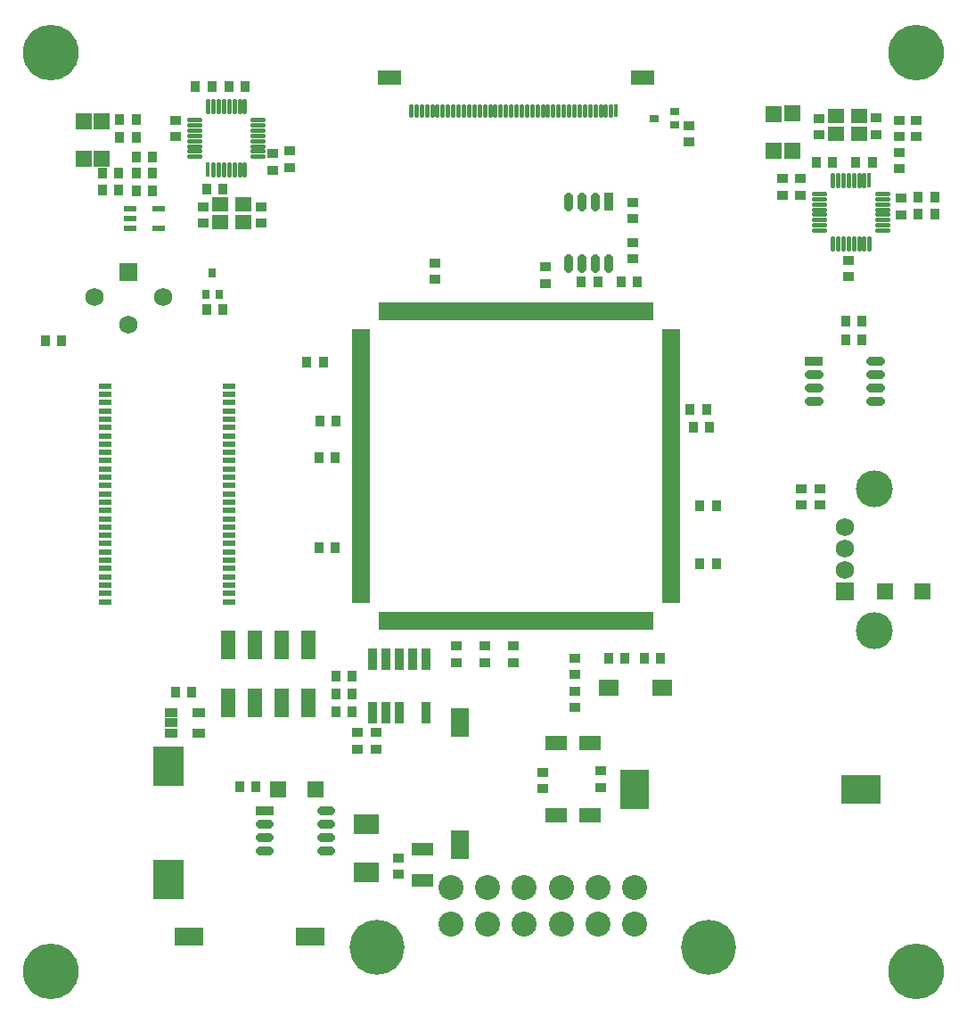
<source format=gts>
G75*
%MOIN*%
%OFA0B0*%
%FSLAX25Y25*%
%IPPOS*%
%LPD*%
%AMOC8*
5,1,8,0,0,1.08239X$1,22.5*
%
%ADD10R,0.14973X0.11036*%
%ADD11R,0.11036X0.14973*%
%ADD12R,0.04300X0.03300*%
%ADD13R,0.03300X0.04300*%
%ADD14R,0.06706X0.10800*%
%ADD15R,0.10800X0.06706*%
%ADD16R,0.09383X0.07178*%
%ADD17R,0.05918X0.06312*%
%ADD18R,0.06312X0.05918*%
%ADD19R,0.01587X0.04737*%
%ADD20C,0.01587*%
%ADD21R,0.08674X0.05524*%
%ADD22R,0.08280X0.04737*%
%ADD23R,0.03300X0.08300*%
%ADD24R,0.06800X0.06800*%
%ADD25C,0.06800*%
%ADD26C,0.13800*%
%ADD27R,0.05800X0.10800*%
%ADD28R,0.11824X0.14800*%
%ADD29R,0.03556X0.02769*%
%ADD30R,0.04800X0.02200*%
%ADD31C,0.20548*%
%ADD32C,0.09363*%
%ADD33R,0.03300X0.06800*%
%ADD34C,0.03300*%
%ADD35R,0.01587X0.05524*%
%ADD36R,0.04737X0.02375*%
%ADD37R,0.01900X0.06600*%
%ADD38R,0.06600X0.01900*%
%ADD39R,0.06800X0.03300*%
%ADD40R,0.04737X0.03556*%
%ADD41R,0.07493X0.06249*%
%ADD42R,0.08300X0.05800*%
%ADD43R,0.06312X0.05524*%
%ADD44R,0.02769X0.03556*%
%ADD45C,0.20800*%
D10*
X0318500Y0108933D03*
D11*
X0233854Y0108933D03*
D12*
X0221200Y0109883D03*
X0221200Y0116033D03*
X0199500Y0115533D03*
X0199500Y0109383D03*
X0211500Y0139633D03*
X0211500Y0145783D03*
X0211500Y0152083D03*
X0211500Y0158233D03*
X0188500Y0156583D03*
X0188500Y0162733D03*
X0177700Y0162733D03*
X0177700Y0156583D03*
X0167000Y0156583D03*
X0167000Y0162733D03*
X0137100Y0130383D03*
X0137100Y0124233D03*
X0130100Y0124233D03*
X0130100Y0130383D03*
X0145500Y0083433D03*
X0145500Y0077283D03*
X0296300Y0215333D03*
X0296300Y0221483D03*
X0303300Y0221483D03*
X0303300Y0215333D03*
X0313700Y0300683D03*
X0313700Y0306833D03*
X0333500Y0323883D03*
X0333500Y0330033D03*
X0332700Y0341033D03*
X0332700Y0347183D03*
X0332700Y0352983D03*
X0332700Y0359133D03*
X0339300Y0359133D03*
X0339300Y0352983D03*
X0324100Y0353883D03*
X0324100Y0360033D03*
X0302900Y0359833D03*
X0302900Y0353683D03*
X0295700Y0337383D03*
X0295700Y0331233D03*
X0289300Y0331233D03*
X0289300Y0337383D03*
X0254300Y0351033D03*
X0254300Y0357183D03*
X0233300Y0328583D03*
X0233300Y0322433D03*
X0233300Y0313583D03*
X0233300Y0307433D03*
X0200500Y0304283D03*
X0200500Y0298133D03*
X0159000Y0299733D03*
X0159000Y0305883D03*
X0104900Y0341583D03*
X0104900Y0347733D03*
X0098400Y0346733D03*
X0098400Y0340583D03*
X0094100Y0326833D03*
X0094100Y0320683D03*
X0072500Y0320683D03*
X0072500Y0326833D03*
X0062100Y0353033D03*
X0062100Y0359183D03*
D13*
X0069600Y0371733D03*
X0075750Y0371733D03*
X0082100Y0371733D03*
X0088250Y0371733D03*
X0079800Y0333533D03*
X0073650Y0333533D03*
X0053600Y0332733D03*
X0053600Y0339333D03*
X0047450Y0339333D03*
X0047450Y0332733D03*
X0040800Y0332933D03*
X0034650Y0332933D03*
X0034650Y0339333D03*
X0040800Y0339333D03*
X0047450Y0345533D03*
X0053600Y0345533D03*
X0047350Y0352733D03*
X0047350Y0359533D03*
X0041200Y0359533D03*
X0041200Y0352733D03*
X0073650Y0288533D03*
X0079800Y0288533D03*
X0111250Y0268833D03*
X0117400Y0268833D03*
X0116050Y0246733D03*
X0122200Y0246733D03*
X0121800Y0232933D03*
X0115650Y0232933D03*
X0115650Y0199433D03*
X0121800Y0199433D03*
X0122100Y0151533D03*
X0122000Y0144733D03*
X0128150Y0144733D03*
X0128250Y0151533D03*
X0128150Y0137933D03*
X0122000Y0137933D03*
X0092300Y0109933D03*
X0086150Y0109933D03*
X0068300Y0145433D03*
X0062150Y0145433D03*
X0019550Y0276833D03*
X0013400Y0276833D03*
X0213850Y0298733D03*
X0220000Y0298733D03*
X0228700Y0298833D03*
X0234850Y0298833D03*
X0254600Y0250933D03*
X0255800Y0244433D03*
X0261950Y0244433D03*
X0260750Y0250933D03*
X0258200Y0214933D03*
X0264350Y0214933D03*
X0264350Y0193433D03*
X0258200Y0193433D03*
X0243600Y0158133D03*
X0237450Y0158133D03*
X0230150Y0158133D03*
X0224000Y0158133D03*
X0312750Y0277133D03*
X0312750Y0284133D03*
X0318900Y0284133D03*
X0318900Y0277133D03*
X0339850Y0324133D03*
X0346000Y0324133D03*
X0346000Y0330533D03*
X0339850Y0330533D03*
X0322750Y0343333D03*
X0316600Y0343333D03*
X0307800Y0343333D03*
X0301650Y0343333D03*
D14*
X0168500Y0133984D03*
X0168500Y0088433D03*
D15*
X0112551Y0053933D03*
X0067000Y0053933D03*
D16*
X0133500Y0077933D03*
X0133500Y0096043D03*
D17*
X0114417Y0108933D03*
X0100500Y0108933D03*
X0327583Y0182933D03*
X0341500Y0182933D03*
D18*
X0292700Y0347733D03*
X0285900Y0347616D03*
X0285900Y0361533D03*
X0292700Y0361650D03*
X0034500Y0358733D03*
X0027700Y0358733D03*
X0027700Y0344816D03*
X0034500Y0344816D03*
D19*
X0226902Y0362752D03*
D20*
X0224933Y0364327D02*
X0224933Y0364327D01*
X0224933Y0361177D01*
X0224933Y0361177D01*
X0224933Y0364327D01*
X0224933Y0362763D02*
X0224933Y0362763D01*
X0222965Y0364327D02*
X0222965Y0364327D01*
X0222965Y0361177D01*
X0222965Y0361177D01*
X0222965Y0364327D01*
X0222965Y0362763D02*
X0222965Y0362763D01*
X0220996Y0364327D02*
X0220996Y0364327D01*
X0220996Y0361177D01*
X0220996Y0361177D01*
X0220996Y0364327D01*
X0220996Y0362763D02*
X0220996Y0362763D01*
X0219028Y0364327D02*
X0219028Y0364327D01*
X0219028Y0361177D01*
X0219028Y0361177D01*
X0219028Y0364327D01*
X0219028Y0362763D02*
X0219028Y0362763D01*
X0217059Y0364327D02*
X0217059Y0364327D01*
X0217059Y0361177D01*
X0217059Y0361177D01*
X0217059Y0364327D01*
X0217059Y0362763D02*
X0217059Y0362763D01*
X0215091Y0364327D02*
X0215091Y0364327D01*
X0215091Y0361177D01*
X0215091Y0361177D01*
X0215091Y0364327D01*
X0215091Y0362763D02*
X0215091Y0362763D01*
X0213122Y0364327D02*
X0213122Y0364327D01*
X0213122Y0361177D01*
X0213122Y0361177D01*
X0213122Y0364327D01*
X0213122Y0362763D02*
X0213122Y0362763D01*
X0211154Y0364327D02*
X0211154Y0364327D01*
X0211154Y0361177D01*
X0211154Y0361177D01*
X0211154Y0364327D01*
X0211154Y0362763D02*
X0211154Y0362763D01*
X0209185Y0364327D02*
X0209185Y0364327D01*
X0209185Y0361177D01*
X0209185Y0361177D01*
X0209185Y0364327D01*
X0209185Y0362763D02*
X0209185Y0362763D01*
X0207217Y0364327D02*
X0207217Y0364327D01*
X0207217Y0361177D01*
X0207217Y0361177D01*
X0207217Y0364327D01*
X0207217Y0362763D02*
X0207217Y0362763D01*
X0205248Y0364327D02*
X0205248Y0364327D01*
X0205248Y0361177D01*
X0205248Y0361177D01*
X0205248Y0364327D01*
X0205248Y0362763D02*
X0205248Y0362763D01*
X0203280Y0364327D02*
X0203280Y0364327D01*
X0203280Y0361177D01*
X0203280Y0361177D01*
X0203280Y0364327D01*
X0203280Y0362763D02*
X0203280Y0362763D01*
X0201311Y0364327D02*
X0201311Y0364327D01*
X0201311Y0361177D01*
X0201311Y0361177D01*
X0201311Y0364327D01*
X0201311Y0362763D02*
X0201311Y0362763D01*
X0199343Y0364327D02*
X0199343Y0364327D01*
X0199343Y0361177D01*
X0199343Y0361177D01*
X0199343Y0364327D01*
X0199343Y0362763D02*
X0199343Y0362763D01*
X0197374Y0364327D02*
X0197374Y0364327D01*
X0197374Y0361177D01*
X0197374Y0361177D01*
X0197374Y0364327D01*
X0197374Y0362763D02*
X0197374Y0362763D01*
X0195406Y0364327D02*
X0195406Y0364327D01*
X0195406Y0361177D01*
X0195406Y0361177D01*
X0195406Y0364327D01*
X0195406Y0362763D02*
X0195406Y0362763D01*
X0193437Y0364327D02*
X0193437Y0364327D01*
X0193437Y0361177D01*
X0193437Y0361177D01*
X0193437Y0364327D01*
X0193437Y0362763D02*
X0193437Y0362763D01*
X0191469Y0364327D02*
X0191469Y0364327D01*
X0191469Y0361177D01*
X0191469Y0361177D01*
X0191469Y0364327D01*
X0191469Y0362763D02*
X0191469Y0362763D01*
X0189500Y0364327D02*
X0189500Y0364327D01*
X0189500Y0361177D01*
X0189500Y0361177D01*
X0189500Y0364327D01*
X0189500Y0362763D02*
X0189500Y0362763D01*
X0187531Y0364327D02*
X0187531Y0364327D01*
X0187531Y0361177D01*
X0187531Y0361177D01*
X0187531Y0364327D01*
X0187531Y0362763D02*
X0187531Y0362763D01*
X0185563Y0364327D02*
X0185563Y0364327D01*
X0185563Y0361177D01*
X0185563Y0361177D01*
X0185563Y0364327D01*
X0185563Y0362763D02*
X0185563Y0362763D01*
X0183594Y0364327D02*
X0183594Y0364327D01*
X0183594Y0361177D01*
X0183594Y0361177D01*
X0183594Y0364327D01*
X0183594Y0362763D02*
X0183594Y0362763D01*
X0181626Y0364327D02*
X0181626Y0364327D01*
X0181626Y0361177D01*
X0181626Y0361177D01*
X0181626Y0364327D01*
X0181626Y0362763D02*
X0181626Y0362763D01*
X0179657Y0364327D02*
X0179657Y0364327D01*
X0179657Y0361177D01*
X0179657Y0361177D01*
X0179657Y0364327D01*
X0179657Y0362763D02*
X0179657Y0362763D01*
X0177689Y0364327D02*
X0177689Y0364327D01*
X0177689Y0361177D01*
X0177689Y0361177D01*
X0177689Y0364327D01*
X0177689Y0362763D02*
X0177689Y0362763D01*
X0175720Y0364327D02*
X0175720Y0364327D01*
X0175720Y0361177D01*
X0175720Y0361177D01*
X0175720Y0364327D01*
X0175720Y0362763D02*
X0175720Y0362763D01*
X0173752Y0364327D02*
X0173752Y0364327D01*
X0173752Y0361177D01*
X0173752Y0361177D01*
X0173752Y0364327D01*
X0173752Y0362763D02*
X0173752Y0362763D01*
X0171783Y0364327D02*
X0171783Y0364327D01*
X0171783Y0361177D01*
X0171783Y0361177D01*
X0171783Y0364327D01*
X0171783Y0362763D02*
X0171783Y0362763D01*
X0169815Y0364327D02*
X0169815Y0364327D01*
X0169815Y0361177D01*
X0169815Y0361177D01*
X0169815Y0364327D01*
X0169815Y0362763D02*
X0169815Y0362763D01*
X0167846Y0364327D02*
X0167846Y0364327D01*
X0167846Y0361177D01*
X0167846Y0361177D01*
X0167846Y0364327D01*
X0167846Y0362763D02*
X0167846Y0362763D01*
X0165878Y0364327D02*
X0165878Y0364327D01*
X0165878Y0361177D01*
X0165878Y0361177D01*
X0165878Y0364327D01*
X0165878Y0362763D02*
X0165878Y0362763D01*
X0163909Y0364327D02*
X0163909Y0364327D01*
X0163909Y0361177D01*
X0163909Y0361177D01*
X0163909Y0364327D01*
X0163909Y0362763D02*
X0163909Y0362763D01*
X0161941Y0364327D02*
X0161941Y0364327D01*
X0161941Y0361177D01*
X0161941Y0361177D01*
X0161941Y0364327D01*
X0161941Y0362763D02*
X0161941Y0362763D01*
X0159972Y0364327D02*
X0159972Y0364327D01*
X0159972Y0361177D01*
X0159972Y0361177D01*
X0159972Y0364327D01*
X0159972Y0362763D02*
X0159972Y0362763D01*
X0158004Y0364327D02*
X0158004Y0364327D01*
X0158004Y0361177D01*
X0158004Y0361177D01*
X0158004Y0364327D01*
X0158004Y0362763D02*
X0158004Y0362763D01*
X0156035Y0364327D02*
X0156035Y0364327D01*
X0156035Y0361177D01*
X0156035Y0361177D01*
X0156035Y0364327D01*
X0156035Y0362763D02*
X0156035Y0362763D01*
X0154067Y0364327D02*
X0154067Y0364327D01*
X0154067Y0361177D01*
X0154067Y0361177D01*
X0154067Y0364327D01*
X0154067Y0362763D02*
X0154067Y0362763D01*
X0152098Y0364327D02*
X0152098Y0364327D01*
X0152098Y0361177D01*
X0152098Y0361177D01*
X0152098Y0364327D01*
X0152098Y0362763D02*
X0152098Y0362763D01*
X0150130Y0364327D02*
X0150130Y0364327D01*
X0150130Y0361177D01*
X0150130Y0361177D01*
X0150130Y0364327D01*
X0150130Y0362763D02*
X0150130Y0362763D01*
X0090926Y0359423D02*
X0090926Y0359423D01*
X0094864Y0359423D01*
X0094864Y0359423D01*
X0090926Y0359423D01*
X0090926Y0357454D02*
X0090926Y0357454D01*
X0094864Y0357454D01*
X0094864Y0357454D01*
X0090926Y0357454D01*
X0090926Y0355486D02*
X0090926Y0355486D01*
X0094864Y0355486D01*
X0094864Y0355486D01*
X0090926Y0355486D01*
X0090926Y0353517D02*
X0090926Y0353517D01*
X0094864Y0353517D01*
X0094864Y0353517D01*
X0090926Y0353517D01*
X0090926Y0351549D02*
X0090926Y0351549D01*
X0094864Y0351549D01*
X0094864Y0351549D01*
X0090926Y0351549D01*
X0090926Y0349580D02*
X0090926Y0349580D01*
X0094864Y0349580D01*
X0094864Y0349580D01*
X0090926Y0349580D01*
X0090926Y0347612D02*
X0090926Y0347612D01*
X0094864Y0347612D01*
X0094864Y0347612D01*
X0090926Y0347612D01*
X0090926Y0345643D02*
X0090926Y0345643D01*
X0094864Y0345643D01*
X0094864Y0345643D01*
X0090926Y0345643D01*
X0087974Y0338753D02*
X0087974Y0338753D01*
X0087974Y0342691D01*
X0087974Y0342691D01*
X0087974Y0338753D01*
X0087974Y0340339D02*
X0087974Y0340339D01*
X0087974Y0341925D02*
X0087974Y0341925D01*
X0086006Y0338753D02*
X0086006Y0338753D01*
X0086006Y0342691D01*
X0086006Y0342691D01*
X0086006Y0338753D01*
X0086006Y0340339D02*
X0086006Y0340339D01*
X0086006Y0341925D02*
X0086006Y0341925D01*
X0084037Y0338753D02*
X0084037Y0338753D01*
X0084037Y0342691D01*
X0084037Y0342691D01*
X0084037Y0338753D01*
X0084037Y0340339D02*
X0084037Y0340339D01*
X0084037Y0341925D02*
X0084037Y0341925D01*
X0082069Y0338753D02*
X0082069Y0338753D01*
X0082069Y0342691D01*
X0082069Y0342691D01*
X0082069Y0338753D01*
X0082069Y0340339D02*
X0082069Y0340339D01*
X0082069Y0341925D02*
X0082069Y0341925D01*
X0080100Y0338753D02*
X0080100Y0338753D01*
X0080100Y0342691D01*
X0080100Y0342691D01*
X0080100Y0338753D01*
X0080100Y0340339D02*
X0080100Y0340339D01*
X0080100Y0341925D02*
X0080100Y0341925D01*
X0078131Y0338753D02*
X0078131Y0338753D01*
X0078131Y0342691D01*
X0078131Y0342691D01*
X0078131Y0338753D01*
X0078131Y0340339D02*
X0078131Y0340339D01*
X0078131Y0341925D02*
X0078131Y0341925D01*
X0076163Y0338753D02*
X0076163Y0338753D01*
X0076163Y0342691D01*
X0076163Y0342691D01*
X0076163Y0338753D01*
X0076163Y0340339D02*
X0076163Y0340339D01*
X0076163Y0341925D02*
X0076163Y0341925D01*
X0071242Y0345643D02*
X0071242Y0345643D01*
X0067304Y0345643D01*
X0067304Y0345643D01*
X0071242Y0345643D01*
X0071242Y0347612D02*
X0071242Y0347612D01*
X0067304Y0347612D01*
X0067304Y0347612D01*
X0071242Y0347612D01*
X0071242Y0349580D02*
X0071242Y0349580D01*
X0067304Y0349580D01*
X0067304Y0349580D01*
X0071242Y0349580D01*
X0071242Y0351549D02*
X0071242Y0351549D01*
X0067304Y0351549D01*
X0067304Y0351549D01*
X0071242Y0351549D01*
X0071242Y0353517D02*
X0071242Y0353517D01*
X0067304Y0353517D01*
X0067304Y0353517D01*
X0071242Y0353517D01*
X0071242Y0355486D02*
X0071242Y0355486D01*
X0067304Y0355486D01*
X0067304Y0355486D01*
X0071242Y0355486D01*
X0071242Y0357454D02*
X0071242Y0357454D01*
X0067304Y0357454D01*
X0067304Y0357454D01*
X0071242Y0357454D01*
X0071242Y0359423D02*
X0071242Y0359423D01*
X0067304Y0359423D01*
X0067304Y0359423D01*
X0071242Y0359423D01*
X0074194Y0366313D02*
X0074194Y0366313D01*
X0074194Y0362375D01*
X0074194Y0362375D01*
X0074194Y0366313D01*
X0074194Y0363961D02*
X0074194Y0363961D01*
X0074194Y0365547D02*
X0074194Y0365547D01*
X0076163Y0366313D02*
X0076163Y0366313D01*
X0076163Y0362375D01*
X0076163Y0362375D01*
X0076163Y0366313D01*
X0076163Y0363961D02*
X0076163Y0363961D01*
X0076163Y0365547D02*
X0076163Y0365547D01*
X0078131Y0366313D02*
X0078131Y0366313D01*
X0078131Y0362375D01*
X0078131Y0362375D01*
X0078131Y0366313D01*
X0078131Y0363961D02*
X0078131Y0363961D01*
X0078131Y0365547D02*
X0078131Y0365547D01*
X0080100Y0366313D02*
X0080100Y0366313D01*
X0080100Y0362375D01*
X0080100Y0362375D01*
X0080100Y0366313D01*
X0080100Y0363961D02*
X0080100Y0363961D01*
X0080100Y0365547D02*
X0080100Y0365547D01*
X0082069Y0366313D02*
X0082069Y0366313D01*
X0082069Y0362375D01*
X0082069Y0362375D01*
X0082069Y0366313D01*
X0082069Y0363961D02*
X0082069Y0363961D01*
X0082069Y0365547D02*
X0082069Y0365547D01*
X0084037Y0366313D02*
X0084037Y0366313D01*
X0084037Y0362375D01*
X0084037Y0362375D01*
X0084037Y0366313D01*
X0084037Y0363961D02*
X0084037Y0363961D01*
X0084037Y0365547D02*
X0084037Y0365547D01*
X0086006Y0366313D02*
X0086006Y0366313D01*
X0086006Y0362375D01*
X0086006Y0362375D01*
X0086006Y0366313D01*
X0086006Y0363961D02*
X0086006Y0363961D01*
X0086006Y0365547D02*
X0086006Y0365547D01*
X0087974Y0366313D02*
X0087974Y0366313D01*
X0087974Y0362375D01*
X0087974Y0362375D01*
X0087974Y0366313D01*
X0087974Y0363961D02*
X0087974Y0363961D01*
X0087974Y0365547D02*
X0087974Y0365547D01*
X0304874Y0331823D02*
X0304874Y0331823D01*
X0300936Y0331823D01*
X0300936Y0331823D01*
X0304874Y0331823D01*
X0304874Y0329854D02*
X0304874Y0329854D01*
X0300936Y0329854D01*
X0300936Y0329854D01*
X0304874Y0329854D01*
X0304874Y0327886D02*
X0304874Y0327886D01*
X0300936Y0327886D01*
X0300936Y0327886D01*
X0304874Y0327886D01*
X0304874Y0325917D02*
X0304874Y0325917D01*
X0300936Y0325917D01*
X0300936Y0325917D01*
X0304874Y0325917D01*
X0304874Y0323949D02*
X0304874Y0323949D01*
X0300936Y0323949D01*
X0300936Y0323949D01*
X0304874Y0323949D01*
X0304874Y0321980D02*
X0304874Y0321980D01*
X0300936Y0321980D01*
X0300936Y0321980D01*
X0304874Y0321980D01*
X0304874Y0320012D02*
X0304874Y0320012D01*
X0300936Y0320012D01*
X0300936Y0320012D01*
X0304874Y0320012D01*
X0304874Y0318043D02*
X0304874Y0318043D01*
X0300936Y0318043D01*
X0300936Y0318043D01*
X0304874Y0318043D01*
X0307826Y0311153D02*
X0307826Y0311153D01*
X0307826Y0315091D01*
X0307826Y0315091D01*
X0307826Y0311153D01*
X0307826Y0312739D02*
X0307826Y0312739D01*
X0307826Y0314325D02*
X0307826Y0314325D01*
X0309794Y0311153D02*
X0309794Y0311153D01*
X0309794Y0315091D01*
X0309794Y0315091D01*
X0309794Y0311153D01*
X0309794Y0312739D02*
X0309794Y0312739D01*
X0309794Y0314325D02*
X0309794Y0314325D01*
X0311763Y0311153D02*
X0311763Y0311153D01*
X0311763Y0315091D01*
X0311763Y0315091D01*
X0311763Y0311153D01*
X0311763Y0312739D02*
X0311763Y0312739D01*
X0311763Y0314325D02*
X0311763Y0314325D01*
X0313731Y0311153D02*
X0313731Y0311153D01*
X0313731Y0315091D01*
X0313731Y0315091D01*
X0313731Y0311153D01*
X0313731Y0312739D02*
X0313731Y0312739D01*
X0313731Y0314325D02*
X0313731Y0314325D01*
X0315700Y0311153D02*
X0315700Y0311153D01*
X0315700Y0315091D01*
X0315700Y0315091D01*
X0315700Y0311153D01*
X0315700Y0312739D02*
X0315700Y0312739D01*
X0315700Y0314325D02*
X0315700Y0314325D01*
X0317669Y0311153D02*
X0317669Y0311153D01*
X0317669Y0315091D01*
X0317669Y0315091D01*
X0317669Y0311153D01*
X0317669Y0312739D02*
X0317669Y0312739D01*
X0317669Y0314325D02*
X0317669Y0314325D01*
X0319637Y0311153D02*
X0319637Y0311153D01*
X0319637Y0315091D01*
X0319637Y0315091D01*
X0319637Y0311153D01*
X0319637Y0312739D02*
X0319637Y0312739D01*
X0319637Y0314325D02*
X0319637Y0314325D01*
X0321606Y0311153D02*
X0321606Y0311153D01*
X0321606Y0315091D01*
X0321606Y0315091D01*
X0321606Y0311153D01*
X0321606Y0312739D02*
X0321606Y0312739D01*
X0321606Y0314325D02*
X0321606Y0314325D01*
X0324558Y0318043D02*
X0324558Y0318043D01*
X0328496Y0318043D01*
X0328496Y0318043D01*
X0324558Y0318043D01*
X0324558Y0320012D02*
X0324558Y0320012D01*
X0328496Y0320012D01*
X0328496Y0320012D01*
X0324558Y0320012D01*
X0324558Y0321980D02*
X0324558Y0321980D01*
X0328496Y0321980D01*
X0328496Y0321980D01*
X0324558Y0321980D01*
X0324558Y0323949D02*
X0324558Y0323949D01*
X0328496Y0323949D01*
X0328496Y0323949D01*
X0324558Y0323949D01*
X0324558Y0325917D02*
X0324558Y0325917D01*
X0328496Y0325917D01*
X0328496Y0325917D01*
X0324558Y0325917D01*
X0324558Y0327886D02*
X0324558Y0327886D01*
X0328496Y0327886D01*
X0328496Y0327886D01*
X0324558Y0327886D01*
X0324558Y0329854D02*
X0324558Y0329854D01*
X0328496Y0329854D01*
X0328496Y0329854D01*
X0324558Y0329854D01*
X0324558Y0331823D02*
X0324558Y0331823D01*
X0328496Y0331823D01*
X0328496Y0331823D01*
X0324558Y0331823D01*
X0319637Y0338713D02*
X0319637Y0338713D01*
X0319637Y0334775D01*
X0319637Y0334775D01*
X0319637Y0338713D01*
X0319637Y0336361D02*
X0319637Y0336361D01*
X0319637Y0337947D02*
X0319637Y0337947D01*
X0317669Y0338713D02*
X0317669Y0338713D01*
X0317669Y0334775D01*
X0317669Y0334775D01*
X0317669Y0338713D01*
X0317669Y0336361D02*
X0317669Y0336361D01*
X0317669Y0337947D02*
X0317669Y0337947D01*
X0315700Y0338713D02*
X0315700Y0338713D01*
X0315700Y0334775D01*
X0315700Y0334775D01*
X0315700Y0338713D01*
X0315700Y0336361D02*
X0315700Y0336361D01*
X0315700Y0337947D02*
X0315700Y0337947D01*
X0313731Y0338713D02*
X0313731Y0338713D01*
X0313731Y0334775D01*
X0313731Y0334775D01*
X0313731Y0338713D01*
X0313731Y0336361D02*
X0313731Y0336361D01*
X0313731Y0337947D02*
X0313731Y0337947D01*
X0311763Y0338713D02*
X0311763Y0338713D01*
X0311763Y0334775D01*
X0311763Y0334775D01*
X0311763Y0338713D01*
X0311763Y0336361D02*
X0311763Y0336361D01*
X0311763Y0337947D02*
X0311763Y0337947D01*
X0309794Y0338713D02*
X0309794Y0338713D01*
X0309794Y0334775D01*
X0309794Y0334775D01*
X0309794Y0338713D01*
X0309794Y0336361D02*
X0309794Y0336361D01*
X0309794Y0337947D02*
X0309794Y0337947D01*
X0307826Y0338713D02*
X0307826Y0338713D01*
X0307826Y0334775D01*
X0307826Y0334775D01*
X0307826Y0338713D01*
X0307826Y0336361D02*
X0307826Y0336361D01*
X0307826Y0337947D02*
X0307826Y0337947D01*
D21*
X0236744Y0374957D03*
X0142256Y0374957D03*
D22*
X0154500Y0086839D03*
X0154500Y0075028D03*
D23*
X0155700Y0137733D03*
X0145700Y0137733D03*
X0140700Y0137733D03*
X0135700Y0137733D03*
X0135700Y0157733D03*
X0140700Y0157733D03*
X0145700Y0157733D03*
X0150700Y0157733D03*
X0155700Y0157733D03*
D24*
X0044600Y0302582D03*
X0312500Y0182933D03*
D25*
X0312500Y0190933D03*
X0312500Y0198933D03*
X0312500Y0206933D03*
X0057395Y0293133D03*
X0044600Y0282897D03*
X0031805Y0293133D03*
D26*
X0323500Y0221433D03*
X0323500Y0168433D03*
D27*
X0111700Y0163133D03*
X0101700Y0163133D03*
X0091700Y0163133D03*
X0081700Y0163133D03*
X0081700Y0141333D03*
X0091700Y0141333D03*
X0101700Y0141333D03*
X0111700Y0141333D03*
D28*
X0059500Y0117839D03*
X0059500Y0075287D03*
D29*
X0241026Y0359813D03*
X0248900Y0357333D03*
X0248900Y0362333D03*
D30*
X0082300Y0259833D03*
X0082300Y0256733D03*
X0082300Y0253633D03*
X0082300Y0250533D03*
X0082300Y0247433D03*
X0082300Y0244333D03*
X0082300Y0241233D03*
X0082300Y0238133D03*
X0082300Y0235033D03*
X0082300Y0231933D03*
X0082300Y0228833D03*
X0082300Y0225733D03*
X0082300Y0222633D03*
X0082300Y0219533D03*
X0082300Y0216433D03*
X0082300Y0213333D03*
X0082300Y0210233D03*
X0082300Y0207133D03*
X0082300Y0204033D03*
X0082300Y0200933D03*
X0082300Y0197833D03*
X0082300Y0194733D03*
X0082300Y0191633D03*
X0082300Y0188533D03*
X0082300Y0185433D03*
X0082300Y0182333D03*
X0082300Y0179233D03*
X0035800Y0179233D03*
X0035800Y0182333D03*
X0035800Y0185433D03*
X0035800Y0188533D03*
X0035800Y0191633D03*
X0035800Y0194733D03*
X0035800Y0197833D03*
X0035800Y0200933D03*
X0035800Y0204033D03*
X0035800Y0207133D03*
X0035800Y0210233D03*
X0035800Y0213333D03*
X0035800Y0216433D03*
X0035800Y0219533D03*
X0035800Y0222633D03*
X0035800Y0225733D03*
X0035800Y0228833D03*
X0035800Y0231933D03*
X0035800Y0235033D03*
X0035800Y0238133D03*
X0035800Y0241233D03*
X0035800Y0244333D03*
X0035800Y0247433D03*
X0035800Y0250533D03*
X0035800Y0253633D03*
X0035800Y0256733D03*
X0035800Y0259833D03*
D31*
X0137492Y0049933D03*
X0261508Y0049933D03*
D32*
X0233949Y0058594D03*
X0220169Y0058594D03*
X0206390Y0058594D03*
X0192610Y0058594D03*
X0178831Y0058594D03*
X0165051Y0058594D03*
X0165051Y0072374D03*
X0178831Y0072374D03*
X0192610Y0072374D03*
X0206390Y0072374D03*
X0220169Y0072374D03*
X0233949Y0072374D03*
D33*
X0224300Y0328633D03*
D34*
X0219300Y0330383D02*
X0219300Y0326883D01*
X0214300Y0326883D02*
X0214300Y0330383D01*
X0209300Y0330383D02*
X0209300Y0326883D01*
X0209300Y0307383D02*
X0209300Y0303883D01*
X0214300Y0303883D02*
X0214300Y0307383D01*
X0219300Y0307383D02*
X0219300Y0303883D01*
X0224300Y0303883D02*
X0224300Y0307383D01*
X0299150Y0263933D02*
X0302650Y0263933D01*
X0302650Y0258933D02*
X0299150Y0258933D01*
X0299150Y0253933D02*
X0302650Y0253933D01*
X0322150Y0253933D02*
X0325650Y0253933D01*
X0325650Y0258933D02*
X0322150Y0258933D01*
X0322150Y0263933D02*
X0325650Y0263933D01*
X0325650Y0268933D02*
X0322150Y0268933D01*
X0120250Y0100933D02*
X0116750Y0100933D01*
X0116750Y0095933D02*
X0120250Y0095933D01*
X0120250Y0090933D02*
X0116750Y0090933D01*
X0116750Y0085933D02*
X0120250Y0085933D01*
X0097250Y0085933D02*
X0093750Y0085933D01*
X0093750Y0090933D02*
X0097250Y0090933D01*
X0097250Y0095933D02*
X0093750Y0095933D01*
D35*
X0321606Y0336744D03*
X0074194Y0340722D03*
D36*
X0055930Y0326133D03*
X0055930Y0318653D03*
X0045300Y0318653D03*
X0045300Y0322393D03*
X0045300Y0326133D03*
D37*
X0139300Y0287833D03*
X0141300Y0287833D03*
X0143200Y0287833D03*
X0145200Y0287833D03*
X0147200Y0287833D03*
X0149100Y0287833D03*
X0151100Y0287833D03*
X0153100Y0287833D03*
X0155100Y0287833D03*
X0157000Y0287833D03*
X0159000Y0287833D03*
X0161000Y0287833D03*
X0162900Y0287833D03*
X0164900Y0287833D03*
X0166900Y0287833D03*
X0168800Y0287833D03*
X0170800Y0287833D03*
X0172800Y0287833D03*
X0174700Y0287833D03*
X0176700Y0287833D03*
X0178700Y0287833D03*
X0180600Y0287833D03*
X0182600Y0287833D03*
X0184600Y0287833D03*
X0186500Y0287833D03*
X0188500Y0287833D03*
X0190500Y0287833D03*
X0192500Y0287833D03*
X0194400Y0287833D03*
X0196400Y0287833D03*
X0198400Y0287833D03*
X0200300Y0287833D03*
X0202300Y0287833D03*
X0204300Y0287833D03*
X0206200Y0287833D03*
X0208200Y0287833D03*
X0210200Y0287833D03*
X0212100Y0287833D03*
X0214100Y0287833D03*
X0216100Y0287833D03*
X0218000Y0287833D03*
X0220000Y0287833D03*
X0222000Y0287833D03*
X0223900Y0287833D03*
X0225900Y0287833D03*
X0227900Y0287833D03*
X0229900Y0287833D03*
X0231800Y0287833D03*
X0233800Y0287833D03*
X0235800Y0287833D03*
X0237700Y0287833D03*
X0239700Y0287833D03*
X0239700Y0172033D03*
X0237700Y0172033D03*
X0235800Y0172033D03*
X0233800Y0172033D03*
X0231800Y0172033D03*
X0229900Y0172033D03*
X0227900Y0172033D03*
X0225900Y0172033D03*
X0223900Y0172033D03*
X0222000Y0172033D03*
X0220000Y0172033D03*
X0218000Y0172033D03*
X0216100Y0172033D03*
X0214100Y0172033D03*
X0212100Y0172033D03*
X0210200Y0172033D03*
X0208200Y0172033D03*
X0206200Y0172033D03*
X0204300Y0172033D03*
X0202300Y0172033D03*
X0200300Y0172033D03*
X0198400Y0172033D03*
X0196400Y0172033D03*
X0194400Y0172033D03*
X0192500Y0172033D03*
X0190500Y0172033D03*
X0188500Y0172033D03*
X0186500Y0172033D03*
X0184600Y0172033D03*
X0182600Y0172033D03*
X0180600Y0172033D03*
X0178700Y0172033D03*
X0176700Y0172033D03*
X0174700Y0172033D03*
X0172800Y0172033D03*
X0170800Y0172033D03*
X0168800Y0172033D03*
X0166900Y0172033D03*
X0164900Y0172033D03*
X0162900Y0172033D03*
X0161000Y0172033D03*
X0159000Y0172033D03*
X0157000Y0172033D03*
X0155100Y0172033D03*
X0153100Y0172033D03*
X0151100Y0172033D03*
X0149100Y0172033D03*
X0147200Y0172033D03*
X0145200Y0172033D03*
X0143200Y0172033D03*
X0141300Y0172033D03*
X0139300Y0172033D03*
D38*
X0131600Y0179733D03*
X0131600Y0181733D03*
X0131600Y0183633D03*
X0131600Y0185633D03*
X0131600Y0187633D03*
X0131600Y0189533D03*
X0131600Y0191533D03*
X0131600Y0193533D03*
X0131600Y0195533D03*
X0131600Y0197433D03*
X0131600Y0199433D03*
X0131600Y0201433D03*
X0131600Y0203333D03*
X0131600Y0205333D03*
X0131600Y0207333D03*
X0131600Y0209233D03*
X0131600Y0211233D03*
X0131600Y0213233D03*
X0131600Y0215133D03*
X0131600Y0217133D03*
X0131600Y0219133D03*
X0131600Y0221033D03*
X0131600Y0223033D03*
X0131600Y0225033D03*
X0131600Y0226933D03*
X0131600Y0228933D03*
X0131600Y0230933D03*
X0131600Y0232933D03*
X0131600Y0234833D03*
X0131600Y0236833D03*
X0131600Y0238833D03*
X0131600Y0240733D03*
X0131600Y0242733D03*
X0131600Y0244733D03*
X0131600Y0246633D03*
X0131600Y0248633D03*
X0131600Y0250633D03*
X0131600Y0252533D03*
X0131600Y0254533D03*
X0131600Y0256533D03*
X0131600Y0258433D03*
X0131600Y0260433D03*
X0131600Y0262433D03*
X0131600Y0264333D03*
X0131600Y0266333D03*
X0131600Y0268333D03*
X0131600Y0270333D03*
X0131600Y0272233D03*
X0131600Y0274233D03*
X0131600Y0276233D03*
X0131600Y0278133D03*
X0131600Y0280133D03*
X0247400Y0280133D03*
X0247400Y0278133D03*
X0247400Y0276233D03*
X0247400Y0274233D03*
X0247400Y0272233D03*
X0247400Y0270333D03*
X0247400Y0268333D03*
X0247400Y0266333D03*
X0247400Y0264333D03*
X0247400Y0262433D03*
X0247400Y0260433D03*
X0247400Y0258433D03*
X0247400Y0256533D03*
X0247400Y0254533D03*
X0247400Y0252533D03*
X0247400Y0250633D03*
X0247400Y0248633D03*
X0247400Y0246633D03*
X0247400Y0244733D03*
X0247400Y0242733D03*
X0247400Y0240733D03*
X0247400Y0238833D03*
X0247400Y0236833D03*
X0247400Y0234833D03*
X0247400Y0232933D03*
X0247400Y0230933D03*
X0247400Y0228933D03*
X0247400Y0226933D03*
X0247400Y0225033D03*
X0247400Y0223033D03*
X0247400Y0221033D03*
X0247400Y0219133D03*
X0247400Y0217133D03*
X0247400Y0215133D03*
X0247400Y0213233D03*
X0247400Y0211233D03*
X0247400Y0209233D03*
X0247400Y0207333D03*
X0247400Y0205333D03*
X0247400Y0203333D03*
X0247400Y0201433D03*
X0247400Y0199433D03*
X0247400Y0197433D03*
X0247400Y0195533D03*
X0247400Y0193533D03*
X0247400Y0191533D03*
X0247400Y0189533D03*
X0247400Y0187633D03*
X0247400Y0185633D03*
X0247400Y0183633D03*
X0247400Y0181733D03*
X0247400Y0179733D03*
D39*
X0300900Y0268933D03*
X0095500Y0100933D03*
D40*
X0070736Y0129996D03*
X0070736Y0137870D03*
X0060500Y0137870D03*
X0060500Y0133933D03*
X0060500Y0129996D03*
D41*
X0224300Y0147133D03*
X0244300Y0147133D03*
D42*
X0217000Y0126433D03*
X0204500Y0126433D03*
X0204500Y0099433D03*
X0217000Y0099433D03*
D43*
X0087606Y0321202D03*
X0087606Y0327895D03*
X0078944Y0327895D03*
X0078944Y0321202D03*
X0309194Y0353971D03*
X0309194Y0360664D03*
X0317856Y0360664D03*
X0317856Y0353971D03*
D44*
X0078500Y0294133D03*
X0073500Y0294133D03*
X0075980Y0302007D03*
D45*
X0015500Y0040933D03*
X0339300Y0040933D03*
X0339100Y0384533D03*
X0015500Y0384533D03*
M02*

</source>
